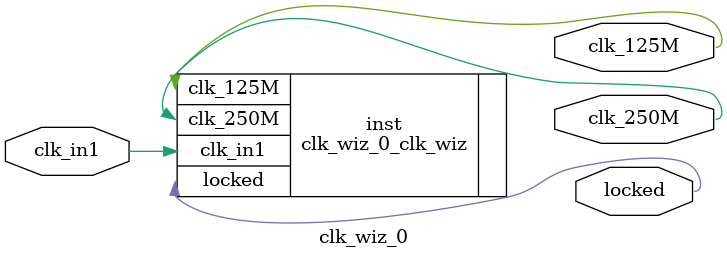
<source format=v>


`timescale 1ps/1ps

(* CORE_GENERATION_INFO = "clk_wiz_0,clk_wiz_v5_4_3_0,{component_name=clk_wiz_0,use_phase_alignment=true,use_min_o_jitter=false,use_max_i_jitter=false,use_dyn_phase_shift=false,use_inclk_switchover=false,use_dyn_reconfig=false,enable_axi=0,feedback_source=FDBK_AUTO,PRIMITIVE=MMCM,num_out_clk=2,clkin1_period=8.000,clkin2_period=10.000,use_power_down=false,use_reset=false,use_locked=true,use_inclk_stopped=false,feedback_type=SINGLE,CLOCK_MGR_TYPE=NA,manual_override=false}" *)

module clk_wiz_0 
 (
  // Clock out ports
  output        clk_125M,
  output        clk_250M,
  // Status and control signals
  output        locked,
 // Clock in ports
  input         clk_in1
 );

  clk_wiz_0_clk_wiz inst
  (
  // Clock out ports  
  .clk_125M(clk_125M),
  .clk_250M(clk_250M),
  // Status and control signals               
  .locked(locked),
 // Clock in ports
  .clk_in1(clk_in1)
  );

endmodule

</source>
